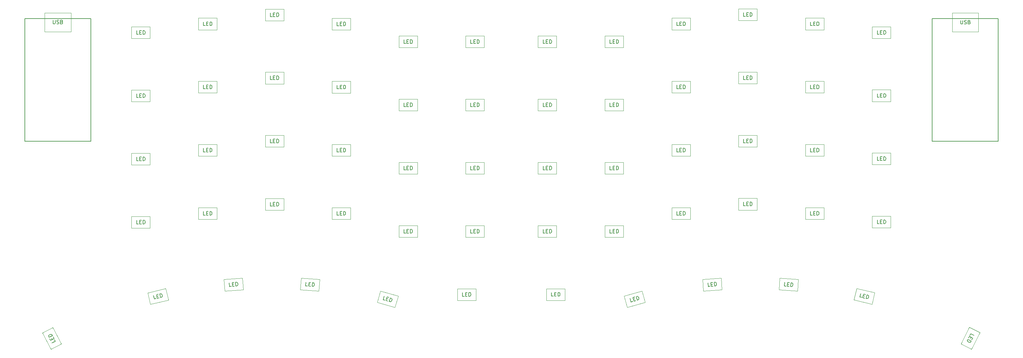
<source format=gbr>
%TF.GenerationSoftware,KiCad,Pcbnew,8.0.5*%
%TF.CreationDate,2024-10-07T12:12:51+02:00*%
%TF.ProjectId,chastity,63686173-7469-4747-992e-6b696361645f,rev?*%
%TF.SameCoordinates,Original*%
%TF.FileFunction,Other,Comment*%
%FSLAX46Y46*%
G04 Gerber Fmt 4.6, Leading zero omitted, Abs format (unit mm)*
G04 Created by KiCad (PCBNEW 8.0.5) date 2024-10-07 12:12:51*
%MOMM*%
%LPD*%
G01*
G04 APERTURE LIST*
%ADD10C,0.150000*%
%ADD11C,0.100000*%
%ADD12C,0.200000*%
G04 APERTURE END LIST*
D10*
X8017859Y126783181D02*
X8017859Y125973658D01*
X8017859Y125973658D02*
X8065478Y125878420D01*
X8065478Y125878420D02*
X8113097Y125830800D01*
X8113097Y125830800D02*
X8208335Y125783181D01*
X8208335Y125783181D02*
X8398811Y125783181D01*
X8398811Y125783181D02*
X8494049Y125830800D01*
X8494049Y125830800D02*
X8541668Y125878420D01*
X8541668Y125878420D02*
X8589287Y125973658D01*
X8589287Y125973658D02*
X8589287Y126783181D01*
X9017859Y125830800D02*
X9160716Y125783181D01*
X9160716Y125783181D02*
X9398811Y125783181D01*
X9398811Y125783181D02*
X9494049Y125830800D01*
X9494049Y125830800D02*
X9541668Y125878420D01*
X9541668Y125878420D02*
X9589287Y125973658D01*
X9589287Y125973658D02*
X9589287Y126068896D01*
X9589287Y126068896D02*
X9541668Y126164134D01*
X9541668Y126164134D02*
X9494049Y126211753D01*
X9494049Y126211753D02*
X9398811Y126259372D01*
X9398811Y126259372D02*
X9208335Y126306991D01*
X9208335Y126306991D02*
X9113097Y126354610D01*
X9113097Y126354610D02*
X9065478Y126402229D01*
X9065478Y126402229D02*
X9017859Y126497467D01*
X9017859Y126497467D02*
X9017859Y126592705D01*
X9017859Y126592705D02*
X9065478Y126687943D01*
X9065478Y126687943D02*
X9113097Y126735562D01*
X9113097Y126735562D02*
X9208335Y126783181D01*
X9208335Y126783181D02*
X9446430Y126783181D01*
X9446430Y126783181D02*
X9589287Y126735562D01*
X10351192Y126306991D02*
X10494049Y126259372D01*
X10494049Y126259372D02*
X10541668Y126211753D01*
X10541668Y126211753D02*
X10589287Y126116515D01*
X10589287Y126116515D02*
X10589287Y125973658D01*
X10589287Y125973658D02*
X10541668Y125878420D01*
X10541668Y125878420D02*
X10494049Y125830800D01*
X10494049Y125830800D02*
X10398811Y125783181D01*
X10398811Y125783181D02*
X10017859Y125783181D01*
X10017859Y125783181D02*
X10017859Y126783181D01*
X10017859Y126783181D02*
X10351192Y126783181D01*
X10351192Y126783181D02*
X10446430Y126735562D01*
X10446430Y126735562D02*
X10494049Y126687943D01*
X10494049Y126687943D02*
X10541668Y126592705D01*
X10541668Y126592705D02*
X10541668Y126497467D01*
X10541668Y126497467D02*
X10494049Y126402229D01*
X10494049Y126402229D02*
X10446430Y126354610D01*
X10446430Y126354610D02*
X10351192Y126306991D01*
X10351192Y126306991D02*
X10017859Y126306991D01*
X252434910Y126732736D02*
X252434910Y125923213D01*
X252434910Y125923213D02*
X252482529Y125827975D01*
X252482529Y125827975D02*
X252530148Y125780355D01*
X252530148Y125780355D02*
X252625386Y125732736D01*
X252625386Y125732736D02*
X252815862Y125732736D01*
X252815862Y125732736D02*
X252911100Y125780355D01*
X252911100Y125780355D02*
X252958719Y125827975D01*
X252958719Y125827975D02*
X253006338Y125923213D01*
X253006338Y125923213D02*
X253006338Y126732736D01*
X253434910Y125780355D02*
X253577767Y125732736D01*
X253577767Y125732736D02*
X253815862Y125732736D01*
X253815862Y125732736D02*
X253911100Y125780355D01*
X253911100Y125780355D02*
X253958719Y125827975D01*
X253958719Y125827975D02*
X254006338Y125923213D01*
X254006338Y125923213D02*
X254006338Y126018451D01*
X254006338Y126018451D02*
X253958719Y126113689D01*
X253958719Y126113689D02*
X253911100Y126161308D01*
X253911100Y126161308D02*
X253815862Y126208927D01*
X253815862Y126208927D02*
X253625386Y126256546D01*
X253625386Y126256546D02*
X253530148Y126304165D01*
X253530148Y126304165D02*
X253482529Y126351784D01*
X253482529Y126351784D02*
X253434910Y126447022D01*
X253434910Y126447022D02*
X253434910Y126542260D01*
X253434910Y126542260D02*
X253482529Y126637498D01*
X253482529Y126637498D02*
X253530148Y126685117D01*
X253530148Y126685117D02*
X253625386Y126732736D01*
X253625386Y126732736D02*
X253863481Y126732736D01*
X253863481Y126732736D02*
X254006338Y126685117D01*
X254768243Y126256546D02*
X254911100Y126208927D01*
X254911100Y126208927D02*
X254958719Y126161308D01*
X254958719Y126161308D02*
X255006338Y126066070D01*
X255006338Y126066070D02*
X255006338Y125923213D01*
X255006338Y125923213D02*
X254958719Y125827975D01*
X254958719Y125827975D02*
X254911100Y125780355D01*
X254911100Y125780355D02*
X254815862Y125732736D01*
X254815862Y125732736D02*
X254434910Y125732736D01*
X254434910Y125732736D02*
X254434910Y126732736D01*
X254434910Y126732736D02*
X254768243Y126732736D01*
X254768243Y126732736D02*
X254863481Y126685117D01*
X254863481Y126685117D02*
X254911100Y126637498D01*
X254911100Y126637498D02*
X254958719Y126542260D01*
X254958719Y126542260D02*
X254958719Y126447022D01*
X254958719Y126447022D02*
X254911100Y126351784D01*
X254911100Y126351784D02*
X254863481Y126304165D01*
X254863481Y126304165D02*
X254768243Y126256546D01*
X254768243Y126256546D02*
X254434910Y126256546D01*
X102991906Y120488181D02*
X102515716Y120488181D01*
X102515716Y120488181D02*
X102515716Y121488181D01*
X103325240Y121011991D02*
X103658573Y121011991D01*
X103801430Y120488181D02*
X103325240Y120488181D01*
X103325240Y120488181D02*
X103325240Y121488181D01*
X103325240Y121488181D02*
X103801430Y121488181D01*
X104230002Y120488181D02*
X104230002Y121488181D01*
X104230002Y121488181D02*
X104468097Y121488181D01*
X104468097Y121488181D02*
X104610954Y121440562D01*
X104610954Y121440562D02*
X104706192Y121345324D01*
X104706192Y121345324D02*
X104753811Y121250086D01*
X104753811Y121250086D02*
X104801430Y121059610D01*
X104801430Y121059610D02*
X104801430Y120916753D01*
X104801430Y120916753D02*
X104753811Y120726277D01*
X104753811Y120726277D02*
X104706192Y120631039D01*
X104706192Y120631039D02*
X104610954Y120535800D01*
X104610954Y120535800D02*
X104468097Y120488181D01*
X104468097Y120488181D02*
X104230002Y120488181D01*
X140483957Y69497736D02*
X140007767Y69497736D01*
X140007767Y69497736D02*
X140007767Y70497736D01*
X140817291Y70021546D02*
X141150624Y70021546D01*
X141293481Y69497736D02*
X140817291Y69497736D01*
X140817291Y69497736D02*
X140817291Y70497736D01*
X140817291Y70497736D02*
X141293481Y70497736D01*
X141722053Y69497736D02*
X141722053Y70497736D01*
X141722053Y70497736D02*
X141960148Y70497736D01*
X141960148Y70497736D02*
X142103005Y70450117D01*
X142103005Y70450117D02*
X142198243Y70354879D01*
X142198243Y70354879D02*
X142245862Y70259641D01*
X142245862Y70259641D02*
X142293481Y70069165D01*
X142293481Y70069165D02*
X142293481Y69926308D01*
X142293481Y69926308D02*
X142245862Y69735832D01*
X142245862Y69735832D02*
X142198243Y69640594D01*
X142198243Y69640594D02*
X142103005Y69545355D01*
X142103005Y69545355D02*
X141960148Y69497736D01*
X141960148Y69497736D02*
X141722053Y69497736D01*
X76542558Y55224550D02*
X76067527Y55257767D01*
X76067527Y55257767D02*
X76137284Y56255331D01*
X76911618Y55723831D02*
X77244140Y55700579D01*
X77350110Y55168080D02*
X76875079Y55201298D01*
X76875079Y55201298D02*
X76944836Y56198862D01*
X76944836Y56198862D02*
X77419866Y56165644D01*
X77777637Y55138185D02*
X77847394Y56135749D01*
X77847394Y56135749D02*
X78084909Y56119140D01*
X78084909Y56119140D02*
X78224096Y56061672D01*
X78224096Y56061672D02*
X78312459Y55960022D01*
X78312459Y55960022D02*
X78353319Y55861694D01*
X78353319Y55861694D02*
X78387535Y55668360D01*
X78387535Y55668360D02*
X78377569Y55525851D01*
X78377569Y55525851D02*
X78316779Y55339161D01*
X78316779Y55339161D02*
X78262633Y55247476D01*
X78262633Y55247476D02*
X78160983Y55159114D01*
X78160983Y55159114D02*
X78015152Y55121576D01*
X78015152Y55121576D02*
X77777637Y55138185D01*
X194483957Y127797736D02*
X194007767Y127797736D01*
X194007767Y127797736D02*
X194007767Y128797736D01*
X194817291Y128321546D02*
X195150624Y128321546D01*
X195293481Y127797736D02*
X194817291Y127797736D01*
X194817291Y127797736D02*
X194817291Y128797736D01*
X194817291Y128797736D02*
X195293481Y128797736D01*
X195722053Y127797736D02*
X195722053Y128797736D01*
X195722053Y128797736D02*
X195960148Y128797736D01*
X195960148Y128797736D02*
X196103005Y128750117D01*
X196103005Y128750117D02*
X196198243Y128654879D01*
X196198243Y128654879D02*
X196245862Y128559641D01*
X196245862Y128559641D02*
X196293481Y128369165D01*
X196293481Y128369165D02*
X196293481Y128226308D01*
X196293481Y128226308D02*
X196245862Y128035832D01*
X196245862Y128035832D02*
X196198243Y127940594D01*
X196198243Y127940594D02*
X196103005Y127845355D01*
X196103005Y127845355D02*
X195960148Y127797736D01*
X195960148Y127797736D02*
X195722053Y127797736D01*
X84996906Y108288181D02*
X84520716Y108288181D01*
X84520716Y108288181D02*
X84520716Y109288181D01*
X85330240Y108811991D02*
X85663573Y108811991D01*
X85806430Y108288181D02*
X85330240Y108288181D01*
X85330240Y108288181D02*
X85330240Y109288181D01*
X85330240Y109288181D02*
X85806430Y109288181D01*
X86235002Y108288181D02*
X86235002Y109288181D01*
X86235002Y109288181D02*
X86473097Y109288181D01*
X86473097Y109288181D02*
X86615954Y109240562D01*
X86615954Y109240562D02*
X86711192Y109145324D01*
X86711192Y109145324D02*
X86758811Y109050086D01*
X86758811Y109050086D02*
X86806430Y108859610D01*
X86806430Y108859610D02*
X86806430Y108716753D01*
X86806430Y108716753D02*
X86758811Y108526277D01*
X86758811Y108526277D02*
X86711192Y108431039D01*
X86711192Y108431039D02*
X86615954Y108335800D01*
X86615954Y108335800D02*
X86473097Y108288181D01*
X86473097Y108288181D02*
X86235002Y108288181D01*
X212483957Y108297736D02*
X212007767Y108297736D01*
X212007767Y108297736D02*
X212007767Y109297736D01*
X212817291Y108821546D02*
X213150624Y108821546D01*
X213293481Y108297736D02*
X212817291Y108297736D01*
X212817291Y108297736D02*
X212817291Y109297736D01*
X212817291Y109297736D02*
X213293481Y109297736D01*
X213722053Y108297736D02*
X213722053Y109297736D01*
X213722053Y109297736D02*
X213960148Y109297736D01*
X213960148Y109297736D02*
X214103005Y109250117D01*
X214103005Y109250117D02*
X214198243Y109154879D01*
X214198243Y109154879D02*
X214245862Y109059641D01*
X214245862Y109059641D02*
X214293481Y108869165D01*
X214293481Y108869165D02*
X214293481Y108726308D01*
X214293481Y108726308D02*
X214245862Y108535832D01*
X214245862Y108535832D02*
X214198243Y108440594D01*
X214198243Y108440594D02*
X214103005Y108345355D01*
X214103005Y108345355D02*
X213960148Y108297736D01*
X213960148Y108297736D02*
X213722053Y108297736D01*
X194483957Y110797736D02*
X194007767Y110797736D01*
X194007767Y110797736D02*
X194007767Y111797736D01*
X194817291Y111321546D02*
X195150624Y111321546D01*
X195293481Y110797736D02*
X194817291Y110797736D01*
X194817291Y110797736D02*
X194817291Y111797736D01*
X194817291Y111797736D02*
X195293481Y111797736D01*
X195722053Y110797736D02*
X195722053Y111797736D01*
X195722053Y111797736D02*
X195960148Y111797736D01*
X195960148Y111797736D02*
X196103005Y111750117D01*
X196103005Y111750117D02*
X196198243Y111654879D01*
X196198243Y111654879D02*
X196245862Y111559641D01*
X196245862Y111559641D02*
X196293481Y111369165D01*
X196293481Y111369165D02*
X196293481Y111226308D01*
X196293481Y111226308D02*
X196245862Y111035832D01*
X196245862Y111035832D02*
X196198243Y110940594D01*
X196198243Y110940594D02*
X196103005Y110845355D01*
X196103005Y110845355D02*
X195960148Y110797736D01*
X195960148Y110797736D02*
X195722053Y110797736D01*
X176483957Y91297736D02*
X176007767Y91297736D01*
X176007767Y91297736D02*
X176007767Y92297736D01*
X176817291Y91821546D02*
X177150624Y91821546D01*
X177293481Y91297736D02*
X176817291Y91297736D01*
X176817291Y91297736D02*
X176817291Y92297736D01*
X176817291Y92297736D02*
X177293481Y92297736D01*
X177722053Y91297736D02*
X177722053Y92297736D01*
X177722053Y92297736D02*
X177960148Y92297736D01*
X177960148Y92297736D02*
X178103005Y92250117D01*
X178103005Y92250117D02*
X178198243Y92154879D01*
X178198243Y92154879D02*
X178245862Y92059641D01*
X178245862Y92059641D02*
X178293481Y91869165D01*
X178293481Y91869165D02*
X178293481Y91726308D01*
X178293481Y91726308D02*
X178245862Y91535832D01*
X178245862Y91535832D02*
X178198243Y91440594D01*
X178198243Y91440594D02*
X178103005Y91345355D01*
X178103005Y91345355D02*
X177960148Y91297736D01*
X177960148Y91297736D02*
X177722053Y91297736D01*
X118746906Y52478181D02*
X118270716Y52478181D01*
X118270716Y52478181D02*
X118270716Y53478181D01*
X119080240Y53001991D02*
X119413573Y53001991D01*
X119556430Y52478181D02*
X119080240Y52478181D01*
X119080240Y52478181D02*
X119080240Y53478181D01*
X119080240Y53478181D02*
X119556430Y53478181D01*
X119985002Y52478181D02*
X119985002Y53478181D01*
X119985002Y53478181D02*
X120223097Y53478181D01*
X120223097Y53478181D02*
X120365954Y53430562D01*
X120365954Y53430562D02*
X120461192Y53335324D01*
X120461192Y53335324D02*
X120508811Y53240086D01*
X120508811Y53240086D02*
X120556430Y53049610D01*
X120556430Y53049610D02*
X120556430Y52906753D01*
X120556430Y52906753D02*
X120508811Y52716277D01*
X120508811Y52716277D02*
X120461192Y52621039D01*
X120461192Y52621039D02*
X120365954Y52525800D01*
X120365954Y52525800D02*
X120223097Y52478181D01*
X120223097Y52478181D02*
X119985002Y52478181D01*
X120991906Y69488181D02*
X120515716Y69488181D01*
X120515716Y69488181D02*
X120515716Y70488181D01*
X121325240Y70011991D02*
X121658573Y70011991D01*
X121801430Y69488181D02*
X121325240Y69488181D01*
X121325240Y69488181D02*
X121325240Y70488181D01*
X121325240Y70488181D02*
X121801430Y70488181D01*
X122230002Y69488181D02*
X122230002Y70488181D01*
X122230002Y70488181D02*
X122468097Y70488181D01*
X122468097Y70488181D02*
X122610954Y70440562D01*
X122610954Y70440562D02*
X122706192Y70345324D01*
X122706192Y70345324D02*
X122753811Y70250086D01*
X122753811Y70250086D02*
X122801430Y70059610D01*
X122801430Y70059610D02*
X122801430Y69916753D01*
X122801430Y69916753D02*
X122753811Y69726277D01*
X122753811Y69726277D02*
X122706192Y69631039D01*
X122706192Y69631039D02*
X122610954Y69535800D01*
X122610954Y69535800D02*
X122468097Y69488181D01*
X122468097Y69488181D02*
X122230002Y69488181D01*
X67009256Y127749431D02*
X66533066Y127749431D01*
X66533066Y127749431D02*
X66533066Y128749431D01*
X67342590Y128273241D02*
X67675923Y128273241D01*
X67818780Y127749431D02*
X67342590Y127749431D01*
X67342590Y127749431D02*
X67342590Y128749431D01*
X67342590Y128749431D02*
X67818780Y128749431D01*
X68247352Y127749431D02*
X68247352Y128749431D01*
X68247352Y128749431D02*
X68485447Y128749431D01*
X68485447Y128749431D02*
X68628304Y128701812D01*
X68628304Y128701812D02*
X68723542Y128606574D01*
X68723542Y128606574D02*
X68771161Y128511336D01*
X68771161Y128511336D02*
X68818780Y128320860D01*
X68818780Y128320860D02*
X68818780Y128178003D01*
X68818780Y128178003D02*
X68771161Y127987527D01*
X68771161Y127987527D02*
X68723542Y127892289D01*
X68723542Y127892289D02*
X68628304Y127797050D01*
X68628304Y127797050D02*
X68485447Y127749431D01*
X68485447Y127749431D02*
X68247352Y127749431D01*
X158483957Y86497736D02*
X158007767Y86497736D01*
X158007767Y86497736D02*
X158007767Y87497736D01*
X158817291Y87021546D02*
X159150624Y87021546D01*
X159293481Y86497736D02*
X158817291Y86497736D01*
X158817291Y86497736D02*
X158817291Y87497736D01*
X158817291Y87497736D02*
X159293481Y87497736D01*
X159722053Y86497736D02*
X159722053Y87497736D01*
X159722053Y87497736D02*
X159960148Y87497736D01*
X159960148Y87497736D02*
X160103005Y87450117D01*
X160103005Y87450117D02*
X160198243Y87354879D01*
X160198243Y87354879D02*
X160245862Y87259641D01*
X160245862Y87259641D02*
X160293481Y87069165D01*
X160293481Y87069165D02*
X160293481Y86926308D01*
X160293481Y86926308D02*
X160245862Y86735832D01*
X160245862Y86735832D02*
X160198243Y86640594D01*
X160198243Y86640594D02*
X160103005Y86545355D01*
X160103005Y86545355D02*
X159960148Y86497736D01*
X159960148Y86497736D02*
X159722053Y86497736D01*
X102991906Y103488181D02*
X102515716Y103488181D01*
X102515716Y103488181D02*
X102515716Y104488181D01*
X103325240Y104011991D02*
X103658573Y104011991D01*
X103801430Y103488181D02*
X103325240Y103488181D01*
X103325240Y103488181D02*
X103325240Y104488181D01*
X103325240Y104488181D02*
X103801430Y104488181D01*
X104230002Y103488181D02*
X104230002Y104488181D01*
X104230002Y104488181D02*
X104468097Y104488181D01*
X104468097Y104488181D02*
X104610954Y104440562D01*
X104610954Y104440562D02*
X104706192Y104345324D01*
X104706192Y104345324D02*
X104753811Y104250086D01*
X104753811Y104250086D02*
X104801430Y104059610D01*
X104801430Y104059610D02*
X104801430Y103916753D01*
X104801430Y103916753D02*
X104753811Y103726277D01*
X104753811Y103726277D02*
X104706192Y103631039D01*
X104706192Y103631039D02*
X104610954Y103535800D01*
X104610954Y103535800D02*
X104468097Y103488181D01*
X104468097Y103488181D02*
X104230002Y103488181D01*
X176483957Y108297736D02*
X176007767Y108297736D01*
X176007767Y108297736D02*
X176007767Y109297736D01*
X176817291Y108821546D02*
X177150624Y108821546D01*
X177293481Y108297736D02*
X176817291Y108297736D01*
X176817291Y108297736D02*
X176817291Y109297736D01*
X176817291Y109297736D02*
X177293481Y109297736D01*
X177722053Y108297736D02*
X177722053Y109297736D01*
X177722053Y109297736D02*
X177960148Y109297736D01*
X177960148Y109297736D02*
X178103005Y109250117D01*
X178103005Y109250117D02*
X178198243Y109154879D01*
X178198243Y109154879D02*
X178245862Y109059641D01*
X178245862Y109059641D02*
X178293481Y108869165D01*
X178293481Y108869165D02*
X178293481Y108726308D01*
X178293481Y108726308D02*
X178245862Y108535832D01*
X178245862Y108535832D02*
X178198243Y108440594D01*
X178198243Y108440594D02*
X178103005Y108345355D01*
X178103005Y108345355D02*
X177960148Y108297736D01*
X177960148Y108297736D02*
X177722053Y108297736D01*
X49009256Y125299431D02*
X48533066Y125299431D01*
X48533066Y125299431D02*
X48533066Y126299431D01*
X49342590Y125823241D02*
X49675923Y125823241D01*
X49818780Y125299431D02*
X49342590Y125299431D01*
X49342590Y125299431D02*
X49342590Y126299431D01*
X49342590Y126299431D02*
X49818780Y126299431D01*
X50247352Y125299431D02*
X50247352Y126299431D01*
X50247352Y126299431D02*
X50485447Y126299431D01*
X50485447Y126299431D02*
X50628304Y126251812D01*
X50628304Y126251812D02*
X50723542Y126156574D01*
X50723542Y126156574D02*
X50771161Y126061336D01*
X50771161Y126061336D02*
X50818780Y125870860D01*
X50818780Y125870860D02*
X50818780Y125728003D01*
X50818780Y125728003D02*
X50771161Y125537527D01*
X50771161Y125537527D02*
X50723542Y125442289D01*
X50723542Y125442289D02*
X50628304Y125347050D01*
X50628304Y125347050D02*
X50485447Y125299431D01*
X50485447Y125299431D02*
X50247352Y125299431D01*
X194483957Y93797736D02*
X194007767Y93797736D01*
X194007767Y93797736D02*
X194007767Y94797736D01*
X194817291Y94321546D02*
X195150624Y94321546D01*
X195293481Y93797736D02*
X194817291Y93797736D01*
X194817291Y93797736D02*
X194817291Y94797736D01*
X194817291Y94797736D02*
X195293481Y94797736D01*
X195722053Y93797736D02*
X195722053Y94797736D01*
X195722053Y94797736D02*
X195960148Y94797736D01*
X195960148Y94797736D02*
X196103005Y94750117D01*
X196103005Y94750117D02*
X196198243Y94654879D01*
X196198243Y94654879D02*
X196245862Y94559641D01*
X196245862Y94559641D02*
X196293481Y94369165D01*
X196293481Y94369165D02*
X196293481Y94226308D01*
X196293481Y94226308D02*
X196245862Y94035832D01*
X196245862Y94035832D02*
X196198243Y93940594D01*
X196198243Y93940594D02*
X196103005Y93845355D01*
X196103005Y93845355D02*
X195960148Y93797736D01*
X195960148Y93797736D02*
X195722053Y93797736D01*
X31009256Y122949431D02*
X30533066Y122949431D01*
X30533066Y122949431D02*
X30533066Y123949431D01*
X31342590Y123473241D02*
X31675923Y123473241D01*
X31818780Y122949431D02*
X31342590Y122949431D01*
X31342590Y122949431D02*
X31342590Y123949431D01*
X31342590Y123949431D02*
X31818780Y123949431D01*
X32247352Y122949431D02*
X32247352Y123949431D01*
X32247352Y123949431D02*
X32485447Y123949431D01*
X32485447Y123949431D02*
X32628304Y123901812D01*
X32628304Y123901812D02*
X32723542Y123806574D01*
X32723542Y123806574D02*
X32771161Y123711336D01*
X32771161Y123711336D02*
X32818780Y123520860D01*
X32818780Y123520860D02*
X32818780Y123378003D01*
X32818780Y123378003D02*
X32771161Y123187527D01*
X32771161Y123187527D02*
X32723542Y123092289D01*
X32723542Y123092289D02*
X32628304Y122997050D01*
X32628304Y122997050D02*
X32485447Y122949431D01*
X32485447Y122949431D02*
X32247352Y122949431D01*
X164151791Y51060085D02*
X163694047Y50928829D01*
X163694047Y50928829D02*
X163418410Y51890091D01*
X164327830Y51655482D02*
X164648250Y51747361D01*
X164929955Y51283220D02*
X164472211Y51151964D01*
X164472211Y51151964D02*
X164196574Y52113226D01*
X164196574Y52113226D02*
X164654318Y52244482D01*
X165341924Y51401350D02*
X165066287Y52362612D01*
X165066287Y52362612D02*
X165295159Y52428240D01*
X165295159Y52428240D02*
X165445608Y52421842D01*
X165445608Y52421842D02*
X165563407Y52356545D01*
X165563407Y52356545D02*
X165635433Y52278122D01*
X165635433Y52278122D02*
X165733710Y52108150D01*
X165733710Y52108150D02*
X165773086Y51970827D01*
X165773086Y51970827D02*
X165779814Y51774604D01*
X165779814Y51774604D02*
X165760291Y51669929D01*
X165760291Y51669929D02*
X165694994Y51552129D01*
X165694994Y51552129D02*
X165570796Y51466978D01*
X165570796Y51466978D02*
X165341924Y51401350D01*
X158483957Y120497736D02*
X158007767Y120497736D01*
X158007767Y120497736D02*
X158007767Y121497736D01*
X158817291Y121021546D02*
X159150624Y121021546D01*
X159293481Y120497736D02*
X158817291Y120497736D01*
X158817291Y120497736D02*
X158817291Y121497736D01*
X158817291Y121497736D02*
X159293481Y121497736D01*
X159722053Y120497736D02*
X159722053Y121497736D01*
X159722053Y121497736D02*
X159960148Y121497736D01*
X159960148Y121497736D02*
X160103005Y121450117D01*
X160103005Y121450117D02*
X160198243Y121354879D01*
X160198243Y121354879D02*
X160245862Y121259641D01*
X160245862Y121259641D02*
X160293481Y121069165D01*
X160293481Y121069165D02*
X160293481Y120926308D01*
X160293481Y120926308D02*
X160245862Y120735832D01*
X160245862Y120735832D02*
X160198243Y120640594D01*
X160198243Y120640594D02*
X160103005Y120545355D01*
X160103005Y120545355D02*
X159960148Y120497736D01*
X159960148Y120497736D02*
X159722053Y120497736D01*
X176483957Y74297736D02*
X176007767Y74297736D01*
X176007767Y74297736D02*
X176007767Y75297736D01*
X176817291Y74821546D02*
X177150624Y74821546D01*
X177293481Y74297736D02*
X176817291Y74297736D01*
X176817291Y74297736D02*
X176817291Y75297736D01*
X176817291Y75297736D02*
X177293481Y75297736D01*
X177722053Y74297736D02*
X177722053Y75297736D01*
X177722053Y75297736D02*
X177960148Y75297736D01*
X177960148Y75297736D02*
X178103005Y75250117D01*
X178103005Y75250117D02*
X178198243Y75154879D01*
X178198243Y75154879D02*
X178245862Y75059641D01*
X178245862Y75059641D02*
X178293481Y74869165D01*
X178293481Y74869165D02*
X178293481Y74726308D01*
X178293481Y74726308D02*
X178245862Y74535832D01*
X178245862Y74535832D02*
X178198243Y74440594D01*
X178198243Y74440594D02*
X178103005Y74345355D01*
X178103005Y74345355D02*
X177960148Y74297736D01*
X177960148Y74297736D02*
X177722053Y74297736D01*
X176483957Y125297736D02*
X176007767Y125297736D01*
X176007767Y125297736D02*
X176007767Y126297736D01*
X176817291Y125821546D02*
X177150624Y125821546D01*
X177293481Y125297736D02*
X176817291Y125297736D01*
X176817291Y125297736D02*
X176817291Y126297736D01*
X176817291Y126297736D02*
X177293481Y126297736D01*
X177722053Y125297736D02*
X177722053Y126297736D01*
X177722053Y126297736D02*
X177960148Y126297736D01*
X177960148Y126297736D02*
X178103005Y126250117D01*
X178103005Y126250117D02*
X178198243Y126154879D01*
X178198243Y126154879D02*
X178245862Y126059641D01*
X178245862Y126059641D02*
X178293481Y125869165D01*
X178293481Y125869165D02*
X178293481Y125726308D01*
X178293481Y125726308D02*
X178245862Y125535832D01*
X178245862Y125535832D02*
X178198243Y125440594D01*
X178198243Y125440594D02*
X178103005Y125345355D01*
X178103005Y125345355D02*
X177960148Y125297736D01*
X177960148Y125297736D02*
X177722053Y125297736D01*
X35759390Y51837536D02*
X35295404Y51730416D01*
X35295404Y51730416D02*
X35070453Y52704787D01*
X35966348Y52422904D02*
X36291138Y52497888D01*
X36548166Y52019639D02*
X36084180Y51912520D01*
X36084180Y51912520D02*
X35859229Y52886890D01*
X35859229Y52886890D02*
X36323215Y52994009D01*
X36965753Y52116047D02*
X36740802Y53090417D01*
X36740802Y53090417D02*
X36972795Y53143977D01*
X36972795Y53143977D02*
X37122702Y53129714D01*
X37122702Y53129714D02*
X37236923Y53058341D01*
X37236923Y53058341D02*
X37304746Y52976256D01*
X37304746Y52976256D02*
X37393992Y52801373D01*
X37393992Y52801373D02*
X37426128Y52662178D01*
X37426128Y52662178D02*
X37422577Y52465871D01*
X37422577Y52465871D02*
X37397603Y52362362D01*
X37397603Y52362362D02*
X37326229Y52248141D01*
X37326229Y52248141D02*
X37197746Y52169607D01*
X37197746Y52169607D02*
X36965753Y52116047D01*
X140483957Y86497736D02*
X140007767Y86497736D01*
X140007767Y86497736D02*
X140007767Y87497736D01*
X140817291Y87021546D02*
X141150624Y87021546D01*
X141293481Y86497736D02*
X140817291Y86497736D01*
X140817291Y86497736D02*
X140817291Y87497736D01*
X140817291Y87497736D02*
X141293481Y87497736D01*
X141722053Y86497736D02*
X141722053Y87497736D01*
X141722053Y87497736D02*
X141960148Y87497736D01*
X141960148Y87497736D02*
X142103005Y87450117D01*
X142103005Y87450117D02*
X142198243Y87354879D01*
X142198243Y87354879D02*
X142245862Y87259641D01*
X142245862Y87259641D02*
X142293481Y87069165D01*
X142293481Y87069165D02*
X142293481Y86926308D01*
X142293481Y86926308D02*
X142245862Y86735832D01*
X142245862Y86735832D02*
X142198243Y86640594D01*
X142198243Y86640594D02*
X142103005Y86545355D01*
X142103005Y86545355D02*
X141960148Y86497736D01*
X141960148Y86497736D02*
X141722053Y86497736D01*
X230483957Y105997736D02*
X230007767Y105997736D01*
X230007767Y105997736D02*
X230007767Y106997736D01*
X230817291Y106521546D02*
X231150624Y106521546D01*
X231293481Y105997736D02*
X230817291Y105997736D01*
X230817291Y105997736D02*
X230817291Y106997736D01*
X230817291Y106997736D02*
X231293481Y106997736D01*
X231722053Y105997736D02*
X231722053Y106997736D01*
X231722053Y106997736D02*
X231960148Y106997736D01*
X231960148Y106997736D02*
X232103005Y106950117D01*
X232103005Y106950117D02*
X232198243Y106854879D01*
X232198243Y106854879D02*
X232245862Y106759641D01*
X232245862Y106759641D02*
X232293481Y106569165D01*
X232293481Y106569165D02*
X232293481Y106426308D01*
X232293481Y106426308D02*
X232245862Y106235832D01*
X232245862Y106235832D02*
X232198243Y106140594D01*
X232198243Y106140594D02*
X232103005Y106045355D01*
X232103005Y106045355D02*
X231960148Y105997736D01*
X231960148Y105997736D02*
X231722053Y105997736D01*
X140483957Y120497736D02*
X140007767Y120497736D01*
X140007767Y120497736D02*
X140007767Y121497736D01*
X140817291Y121021546D02*
X141150624Y121021546D01*
X141293481Y120497736D02*
X140817291Y120497736D01*
X140817291Y120497736D02*
X140817291Y121497736D01*
X140817291Y121497736D02*
X141293481Y121497736D01*
X141722053Y120497736D02*
X141722053Y121497736D01*
X141722053Y121497736D02*
X141960148Y121497736D01*
X141960148Y121497736D02*
X142103005Y121450117D01*
X142103005Y121450117D02*
X142198243Y121354879D01*
X142198243Y121354879D02*
X142245862Y121259641D01*
X142245862Y121259641D02*
X142293481Y121069165D01*
X142293481Y121069165D02*
X142293481Y120926308D01*
X142293481Y120926308D02*
X142245862Y120735832D01*
X142245862Y120735832D02*
X142198243Y120640594D01*
X142198243Y120640594D02*
X142103005Y120545355D01*
X142103005Y120545355D02*
X141960148Y120497736D01*
X141960148Y120497736D02*
X141722053Y120497736D01*
X49009256Y91299431D02*
X48533066Y91299431D01*
X48533066Y91299431D02*
X48533066Y92299431D01*
X49342590Y91823241D02*
X49675923Y91823241D01*
X49818780Y91299431D02*
X49342590Y91299431D01*
X49342590Y91299431D02*
X49342590Y92299431D01*
X49342590Y92299431D02*
X49818780Y92299431D01*
X50247352Y91299431D02*
X50247352Y92299431D01*
X50247352Y92299431D02*
X50485447Y92299431D01*
X50485447Y92299431D02*
X50628304Y92251812D01*
X50628304Y92251812D02*
X50723542Y92156574D01*
X50723542Y92156574D02*
X50771161Y92061336D01*
X50771161Y92061336D02*
X50818780Y91870860D01*
X50818780Y91870860D02*
X50818780Y91728003D01*
X50818780Y91728003D02*
X50771161Y91537527D01*
X50771161Y91537527D02*
X50723542Y91442289D01*
X50723542Y91442289D02*
X50628304Y91347050D01*
X50628304Y91347050D02*
X50485447Y91299431D01*
X50485447Y91299431D02*
X50247352Y91299431D01*
X230483957Y88997736D02*
X230007767Y88997736D01*
X230007767Y88997736D02*
X230007767Y89997736D01*
X230817291Y89521546D02*
X231150624Y89521546D01*
X231293481Y88997736D02*
X230817291Y88997736D01*
X230817291Y88997736D02*
X230817291Y89997736D01*
X230817291Y89997736D02*
X231293481Y89997736D01*
X231722053Y88997736D02*
X231722053Y89997736D01*
X231722053Y89997736D02*
X231960148Y89997736D01*
X231960148Y89997736D02*
X232103005Y89950117D01*
X232103005Y89950117D02*
X232198243Y89854879D01*
X232198243Y89854879D02*
X232245862Y89759641D01*
X232245862Y89759641D02*
X232293481Y89569165D01*
X232293481Y89569165D02*
X232293481Y89426308D01*
X232293481Y89426308D02*
X232245862Y89235832D01*
X232245862Y89235832D02*
X232198243Y89140594D01*
X232198243Y89140594D02*
X232103005Y89045355D01*
X232103005Y89045355D02*
X231960148Y88997736D01*
X231960148Y88997736D02*
X231722053Y88997736D01*
X158483957Y69497736D02*
X158007767Y69497736D01*
X158007767Y69497736D02*
X158007767Y70497736D01*
X158817291Y70021546D02*
X159150624Y70021546D01*
X159293481Y69497736D02*
X158817291Y69497736D01*
X158817291Y69497736D02*
X158817291Y70497736D01*
X158817291Y70497736D02*
X159293481Y70497736D01*
X159722053Y69497736D02*
X159722053Y70497736D01*
X159722053Y70497736D02*
X159960148Y70497736D01*
X159960148Y70497736D02*
X160103005Y70450117D01*
X160103005Y70450117D02*
X160198243Y70354879D01*
X160198243Y70354879D02*
X160245862Y70259641D01*
X160245862Y70259641D02*
X160293481Y70069165D01*
X160293481Y70069165D02*
X160293481Y69926308D01*
X160293481Y69926308D02*
X160245862Y69735832D01*
X160245862Y69735832D02*
X160198243Y69640594D01*
X160198243Y69640594D02*
X160103005Y69545355D01*
X160103005Y69545355D02*
X159960148Y69497736D01*
X159960148Y69497736D02*
X159722053Y69497736D01*
X102991906Y69488181D02*
X102515716Y69488181D01*
X102515716Y69488181D02*
X102515716Y70488181D01*
X103325240Y70011991D02*
X103658573Y70011991D01*
X103801430Y69488181D02*
X103325240Y69488181D01*
X103325240Y69488181D02*
X103325240Y70488181D01*
X103325240Y70488181D02*
X103801430Y70488181D01*
X104230002Y69488181D02*
X104230002Y70488181D01*
X104230002Y70488181D02*
X104468097Y70488181D01*
X104468097Y70488181D02*
X104610954Y70440562D01*
X104610954Y70440562D02*
X104706192Y70345324D01*
X104706192Y70345324D02*
X104753811Y70250086D01*
X104753811Y70250086D02*
X104801430Y70059610D01*
X104801430Y70059610D02*
X104801430Y69916753D01*
X104801430Y69916753D02*
X104753811Y69726277D01*
X104753811Y69726277D02*
X104706192Y69631039D01*
X104706192Y69631039D02*
X104610954Y69535800D01*
X104610954Y69535800D02*
X104468097Y69488181D01*
X104468097Y69488181D02*
X104230002Y69488181D01*
X102991906Y86488181D02*
X102515716Y86488181D01*
X102515716Y86488181D02*
X102515716Y87488181D01*
X103325240Y87011991D02*
X103658573Y87011991D01*
X103801430Y86488181D02*
X103325240Y86488181D01*
X103325240Y86488181D02*
X103325240Y87488181D01*
X103325240Y87488181D02*
X103801430Y87488181D01*
X104230002Y86488181D02*
X104230002Y87488181D01*
X104230002Y87488181D02*
X104468097Y87488181D01*
X104468097Y87488181D02*
X104610954Y87440562D01*
X104610954Y87440562D02*
X104706192Y87345324D01*
X104706192Y87345324D02*
X104753811Y87250086D01*
X104753811Y87250086D02*
X104801430Y87059610D01*
X104801430Y87059610D02*
X104801430Y86916753D01*
X104801430Y86916753D02*
X104753811Y86726277D01*
X104753811Y86726277D02*
X104706192Y86631039D01*
X104706192Y86631039D02*
X104610954Y86535800D01*
X104610954Y86535800D02*
X104468097Y86488181D01*
X104468097Y86488181D02*
X104230002Y86488181D01*
X97381940Y51410926D02*
X96924197Y51542182D01*
X96924197Y51542182D02*
X97199834Y52503443D01*
X97846743Y51822565D02*
X98167163Y51730686D01*
X98160105Y51187791D02*
X97702361Y51319047D01*
X97702361Y51319047D02*
X97977998Y52280308D01*
X97977998Y52280308D02*
X98435742Y52149052D01*
X98572074Y51069660D02*
X98847711Y52030922D01*
X98847711Y52030922D02*
X99076583Y51965294D01*
X99076583Y51965294D02*
X99200781Y51880143D01*
X99200781Y51880143D02*
X99266078Y51762343D01*
X99266078Y51762343D02*
X99285602Y51657669D01*
X99285602Y51657669D02*
X99278874Y51461446D01*
X99278874Y51461446D02*
X99239497Y51324123D01*
X99239497Y51324123D02*
X99141220Y51154151D01*
X99141220Y51154151D02*
X99069195Y51075728D01*
X99069195Y51075728D02*
X98951395Y51010430D01*
X98951395Y51010430D02*
X98800946Y51004033D01*
X98800946Y51004033D02*
X98572074Y51069660D01*
X84996906Y125288181D02*
X84520716Y125288181D01*
X84520716Y125288181D02*
X84520716Y126288181D01*
X85330240Y125811991D02*
X85663573Y125811991D01*
X85806430Y125288181D02*
X85330240Y125288181D01*
X85330240Y125288181D02*
X85330240Y126288181D01*
X85330240Y126288181D02*
X85806430Y126288181D01*
X86235002Y125288181D02*
X86235002Y126288181D01*
X86235002Y126288181D02*
X86473097Y126288181D01*
X86473097Y126288181D02*
X86615954Y126240562D01*
X86615954Y126240562D02*
X86711192Y126145324D01*
X86711192Y126145324D02*
X86758811Y126050086D01*
X86758811Y126050086D02*
X86806430Y125859610D01*
X86806430Y125859610D02*
X86806430Y125716753D01*
X86806430Y125716753D02*
X86758811Y125526277D01*
X86758811Y125526277D02*
X86711192Y125431039D01*
X86711192Y125431039D02*
X86615954Y125335800D01*
X86615954Y125335800D02*
X86473097Y125288181D01*
X86473097Y125288181D02*
X86235002Y125288181D01*
X120991906Y120488181D02*
X120515716Y120488181D01*
X120515716Y120488181D02*
X120515716Y121488181D01*
X121325240Y121011991D02*
X121658573Y121011991D01*
X121801430Y120488181D02*
X121325240Y120488181D01*
X121325240Y120488181D02*
X121325240Y121488181D01*
X121325240Y121488181D02*
X121801430Y121488181D01*
X122230002Y120488181D02*
X122230002Y121488181D01*
X122230002Y121488181D02*
X122468097Y121488181D01*
X122468097Y121488181D02*
X122610954Y121440562D01*
X122610954Y121440562D02*
X122706192Y121345324D01*
X122706192Y121345324D02*
X122753811Y121250086D01*
X122753811Y121250086D02*
X122801430Y121059610D01*
X122801430Y121059610D02*
X122801430Y120916753D01*
X122801430Y120916753D02*
X122753811Y120726277D01*
X122753811Y120726277D02*
X122706192Y120631039D01*
X122706192Y120631039D02*
X122610954Y120535800D01*
X122610954Y120535800D02*
X122468097Y120488181D01*
X122468097Y120488181D02*
X122230002Y120488181D01*
X142737200Y52483260D02*
X142261010Y52483260D01*
X142261010Y52483260D02*
X142261010Y53483260D01*
X143070534Y53007070D02*
X143403867Y53007070D01*
X143546724Y52483260D02*
X143070534Y52483260D01*
X143070534Y52483260D02*
X143070534Y53483260D01*
X143070534Y53483260D02*
X143546724Y53483260D01*
X143975296Y52483260D02*
X143975296Y53483260D01*
X143975296Y53483260D02*
X144213391Y53483260D01*
X144213391Y53483260D02*
X144356248Y53435641D01*
X144356248Y53435641D02*
X144451486Y53340403D01*
X144451486Y53340403D02*
X144499105Y53245165D01*
X144499105Y53245165D02*
X144546724Y53054689D01*
X144546724Y53054689D02*
X144546724Y52911832D01*
X144546724Y52911832D02*
X144499105Y52721356D01*
X144499105Y52721356D02*
X144451486Y52626118D01*
X144451486Y52626118D02*
X144356248Y52530879D01*
X144356248Y52530879D02*
X144213391Y52483260D01*
X144213391Y52483260D02*
X143975296Y52483260D01*
X158483957Y103497736D02*
X158007767Y103497736D01*
X158007767Y103497736D02*
X158007767Y104497736D01*
X158817291Y104021546D02*
X159150624Y104021546D01*
X159293481Y103497736D02*
X158817291Y103497736D01*
X158817291Y103497736D02*
X158817291Y104497736D01*
X158817291Y104497736D02*
X159293481Y104497736D01*
X159722053Y103497736D02*
X159722053Y104497736D01*
X159722053Y104497736D02*
X159960148Y104497736D01*
X159960148Y104497736D02*
X160103005Y104450117D01*
X160103005Y104450117D02*
X160198243Y104354879D01*
X160198243Y104354879D02*
X160245862Y104259641D01*
X160245862Y104259641D02*
X160293481Y104069165D01*
X160293481Y104069165D02*
X160293481Y103926308D01*
X160293481Y103926308D02*
X160245862Y103735832D01*
X160245862Y103735832D02*
X160198243Y103640594D01*
X160198243Y103640594D02*
X160103005Y103545355D01*
X160103005Y103545355D02*
X159960148Y103497736D01*
X159960148Y103497736D02*
X159722053Y103497736D01*
X225770809Y52142678D02*
X225306823Y52249797D01*
X225306823Y52249797D02*
X225531774Y53224167D01*
X226213430Y52578078D02*
X226538220Y52503095D01*
X226559585Y51960575D02*
X226095599Y52067694D01*
X226095599Y52067694D02*
X226320550Y53042064D01*
X226320550Y53042064D02*
X226784536Y52934945D01*
X226977172Y51864167D02*
X227202123Y52838537D01*
X227202123Y52838537D02*
X227434116Y52784977D01*
X227434116Y52784977D02*
X227562599Y52706443D01*
X227562599Y52706443D02*
X227633973Y52592222D01*
X227633973Y52592222D02*
X227658947Y52488713D01*
X227658947Y52488713D02*
X227662498Y52292406D01*
X227662498Y52292406D02*
X227630362Y52153211D01*
X227630362Y52153211D02*
X227541116Y51978328D01*
X227541116Y51978328D02*
X227473293Y51896243D01*
X227473293Y51896243D02*
X227359072Y51824870D01*
X227359072Y51824870D02*
X227209165Y51810607D01*
X227209165Y51810607D02*
X226977172Y51864167D01*
X120991906Y103488181D02*
X120515716Y103488181D01*
X120515716Y103488181D02*
X120515716Y104488181D01*
X121325240Y104011991D02*
X121658573Y104011991D01*
X121801430Y103488181D02*
X121325240Y103488181D01*
X121325240Y103488181D02*
X121325240Y104488181D01*
X121325240Y104488181D02*
X121801430Y104488181D01*
X122230002Y103488181D02*
X122230002Y104488181D01*
X122230002Y104488181D02*
X122468097Y104488181D01*
X122468097Y104488181D02*
X122610954Y104440562D01*
X122610954Y104440562D02*
X122706192Y104345324D01*
X122706192Y104345324D02*
X122753811Y104250086D01*
X122753811Y104250086D02*
X122801430Y104059610D01*
X122801430Y104059610D02*
X122801430Y103916753D01*
X122801430Y103916753D02*
X122753811Y103726277D01*
X122753811Y103726277D02*
X122706192Y103631039D01*
X122706192Y103631039D02*
X122610954Y103535800D01*
X122610954Y103535800D02*
X122468097Y103488181D01*
X122468097Y103488181D02*
X122230002Y103488181D01*
X184932792Y55128891D02*
X184457761Y55095674D01*
X184457761Y55095674D02*
X184388005Y56093238D01*
X185228774Y55674677D02*
X185561296Y55697929D01*
X185740344Y55185360D02*
X185265313Y55152143D01*
X185265313Y55152143D02*
X185195557Y56149707D01*
X185195557Y56149707D02*
X185670587Y56182925D01*
X186167871Y55215256D02*
X186098115Y56212820D01*
X186098115Y56212820D02*
X186335630Y56229429D01*
X186335630Y56229429D02*
X186481461Y56191891D01*
X186481461Y56191891D02*
X186583111Y56103528D01*
X186583111Y56103528D02*
X186637257Y56011844D01*
X186637257Y56011844D02*
X186698047Y55825154D01*
X186698047Y55825154D02*
X186708012Y55682644D01*
X186708012Y55682644D02*
X186673796Y55489310D01*
X186673796Y55489310D02*
X186632937Y55390983D01*
X186632937Y55390983D02*
X186544574Y55289333D01*
X186544574Y55289333D02*
X186405387Y55231865D01*
X186405387Y55231865D02*
X186167871Y55215256D01*
X140483957Y103497736D02*
X140007767Y103497736D01*
X140007767Y103497736D02*
X140007767Y104497736D01*
X140817291Y104021546D02*
X141150624Y104021546D01*
X141293481Y103497736D02*
X140817291Y103497736D01*
X140817291Y103497736D02*
X140817291Y104497736D01*
X140817291Y104497736D02*
X141293481Y104497736D01*
X141722053Y103497736D02*
X141722053Y104497736D01*
X141722053Y104497736D02*
X141960148Y104497736D01*
X141960148Y104497736D02*
X142103005Y104450117D01*
X142103005Y104450117D02*
X142198243Y104354879D01*
X142198243Y104354879D02*
X142245862Y104259641D01*
X142245862Y104259641D02*
X142293481Y104069165D01*
X142293481Y104069165D02*
X142293481Y103926308D01*
X142293481Y103926308D02*
X142245862Y103735832D01*
X142245862Y103735832D02*
X142198243Y103640594D01*
X142198243Y103640594D02*
X142103005Y103545355D01*
X142103005Y103545355D02*
X141960148Y103497736D01*
X141960148Y103497736D02*
X141722053Y103497736D01*
X67009256Y93749431D02*
X66533066Y93749431D01*
X66533066Y93749431D02*
X66533066Y94749431D01*
X67342590Y94273241D02*
X67675923Y94273241D01*
X67818780Y93749431D02*
X67342590Y93749431D01*
X67342590Y93749431D02*
X67342590Y94749431D01*
X67342590Y94749431D02*
X67818780Y94749431D01*
X68247352Y93749431D02*
X68247352Y94749431D01*
X68247352Y94749431D02*
X68485447Y94749431D01*
X68485447Y94749431D02*
X68628304Y94701812D01*
X68628304Y94701812D02*
X68723542Y94606574D01*
X68723542Y94606574D02*
X68771161Y94511336D01*
X68771161Y94511336D02*
X68818780Y94320860D01*
X68818780Y94320860D02*
X68818780Y94178003D01*
X68818780Y94178003D02*
X68771161Y93987527D01*
X68771161Y93987527D02*
X68723542Y93892289D01*
X68723542Y93892289D02*
X68628304Y93797050D01*
X68628304Y93797050D02*
X68485447Y93749431D01*
X68485447Y93749431D02*
X68247352Y93749431D01*
X212483957Y74297736D02*
X212007767Y74297736D01*
X212007767Y74297736D02*
X212007767Y75297736D01*
X212817291Y74821546D02*
X213150624Y74821546D01*
X213293481Y74297736D02*
X212817291Y74297736D01*
X212817291Y74297736D02*
X212817291Y75297736D01*
X212817291Y75297736D02*
X213293481Y75297736D01*
X213722053Y74297736D02*
X213722053Y75297736D01*
X213722053Y75297736D02*
X213960148Y75297736D01*
X213960148Y75297736D02*
X214103005Y75250117D01*
X214103005Y75250117D02*
X214198243Y75154879D01*
X214198243Y75154879D02*
X214245862Y75059641D01*
X214245862Y75059641D02*
X214293481Y74869165D01*
X214293481Y74869165D02*
X214293481Y74726308D01*
X214293481Y74726308D02*
X214245862Y74535832D01*
X214245862Y74535832D02*
X214198243Y74440594D01*
X214198243Y74440594D02*
X214103005Y74345355D01*
X214103005Y74345355D02*
X213960148Y74297736D01*
X213960148Y74297736D02*
X213722053Y74297736D01*
X31009256Y105949431D02*
X30533066Y105949431D01*
X30533066Y105949431D02*
X30533066Y106949431D01*
X31342590Y106473241D02*
X31675923Y106473241D01*
X31818780Y105949431D02*
X31342590Y105949431D01*
X31342590Y105949431D02*
X31342590Y106949431D01*
X31342590Y106949431D02*
X31818780Y106949431D01*
X32247352Y105949431D02*
X32247352Y106949431D01*
X32247352Y106949431D02*
X32485447Y106949431D01*
X32485447Y106949431D02*
X32628304Y106901812D01*
X32628304Y106901812D02*
X32723542Y106806574D01*
X32723542Y106806574D02*
X32771161Y106711336D01*
X32771161Y106711336D02*
X32818780Y106520860D01*
X32818780Y106520860D02*
X32818780Y106378003D01*
X32818780Y106378003D02*
X32771161Y106187527D01*
X32771161Y106187527D02*
X32723542Y106092289D01*
X32723542Y106092289D02*
X32628304Y105997050D01*
X32628304Y105997050D02*
X32485447Y105949431D01*
X32485447Y105949431D02*
X32247352Y105949431D01*
X31009256Y71949431D02*
X30533066Y71949431D01*
X30533066Y71949431D02*
X30533066Y72949431D01*
X31342590Y72473241D02*
X31675923Y72473241D01*
X31818780Y71949431D02*
X31342590Y71949431D01*
X31342590Y71949431D02*
X31342590Y72949431D01*
X31342590Y72949431D02*
X31818780Y72949431D01*
X32247352Y71949431D02*
X32247352Y72949431D01*
X32247352Y72949431D02*
X32485447Y72949431D01*
X32485447Y72949431D02*
X32628304Y72901812D01*
X32628304Y72901812D02*
X32723542Y72806574D01*
X32723542Y72806574D02*
X32771161Y72711336D01*
X32771161Y72711336D02*
X32818780Y72520860D01*
X32818780Y72520860D02*
X32818780Y72378003D01*
X32818780Y72378003D02*
X32771161Y72187527D01*
X32771161Y72187527D02*
X32723542Y72092289D01*
X32723542Y72092289D02*
X32628304Y71997050D01*
X32628304Y71997050D02*
X32485447Y71949431D01*
X32485447Y71949431D02*
X32247352Y71949431D01*
X205435050Y55185900D02*
X204960019Y55219117D01*
X204960019Y55219117D02*
X205029776Y56216681D01*
X205804110Y55685181D02*
X206136632Y55661929D01*
X206242602Y55129430D02*
X205767571Y55162648D01*
X205767571Y55162648D02*
X205837328Y56160212D01*
X205837328Y56160212D02*
X206312358Y56126994D01*
X206670129Y55099535D02*
X206739886Y56097099D01*
X206739886Y56097099D02*
X206977401Y56080490D01*
X206977401Y56080490D02*
X207116588Y56023022D01*
X207116588Y56023022D02*
X207204951Y55921372D01*
X207204951Y55921372D02*
X207245811Y55823044D01*
X207245811Y55823044D02*
X207280027Y55629710D01*
X207280027Y55629710D02*
X207270061Y55487201D01*
X207270061Y55487201D02*
X207209271Y55300511D01*
X207209271Y55300511D02*
X207155125Y55208826D01*
X207155125Y55208826D02*
X207053475Y55120464D01*
X207053475Y55120464D02*
X206907644Y55082926D01*
X206907644Y55082926D02*
X206670129Y55099535D01*
X194483957Y76797736D02*
X194007767Y76797736D01*
X194007767Y76797736D02*
X194007767Y77797736D01*
X194817291Y77321546D02*
X195150624Y77321546D01*
X195293481Y76797736D02*
X194817291Y76797736D01*
X194817291Y76797736D02*
X194817291Y77797736D01*
X194817291Y77797736D02*
X195293481Y77797736D01*
X195722053Y76797736D02*
X195722053Y77797736D01*
X195722053Y77797736D02*
X195960148Y77797736D01*
X195960148Y77797736D02*
X196103005Y77750117D01*
X196103005Y77750117D02*
X196198243Y77654879D01*
X196198243Y77654879D02*
X196245862Y77559641D01*
X196245862Y77559641D02*
X196293481Y77369165D01*
X196293481Y77369165D02*
X196293481Y77226308D01*
X196293481Y77226308D02*
X196245862Y77035832D01*
X196245862Y77035832D02*
X196198243Y76940594D01*
X196198243Y76940594D02*
X196103005Y76845355D01*
X196103005Y76845355D02*
X195960148Y76797736D01*
X195960148Y76797736D02*
X195722053Y76797736D01*
X31009256Y88949431D02*
X30533066Y88949431D01*
X30533066Y88949431D02*
X30533066Y89949431D01*
X31342590Y89473241D02*
X31675923Y89473241D01*
X31818780Y88949431D02*
X31342590Y88949431D01*
X31342590Y88949431D02*
X31342590Y89949431D01*
X31342590Y89949431D02*
X31818780Y89949431D01*
X32247352Y88949431D02*
X32247352Y89949431D01*
X32247352Y89949431D02*
X32485447Y89949431D01*
X32485447Y89949431D02*
X32628304Y89901812D01*
X32628304Y89901812D02*
X32723542Y89806574D01*
X32723542Y89806574D02*
X32771161Y89711336D01*
X32771161Y89711336D02*
X32818780Y89520860D01*
X32818780Y89520860D02*
X32818780Y89378003D01*
X32818780Y89378003D02*
X32771161Y89187527D01*
X32771161Y89187527D02*
X32723542Y89092289D01*
X32723542Y89092289D02*
X32628304Y88997050D01*
X32628304Y88997050D02*
X32485447Y88949431D01*
X32485447Y88949431D02*
X32247352Y88949431D01*
X49009256Y108299431D02*
X48533066Y108299431D01*
X48533066Y108299431D02*
X48533066Y109299431D01*
X49342590Y108823241D02*
X49675923Y108823241D01*
X49818780Y108299431D02*
X49342590Y108299431D01*
X49342590Y108299431D02*
X49342590Y109299431D01*
X49342590Y109299431D02*
X49818780Y109299431D01*
X50247352Y108299431D02*
X50247352Y109299431D01*
X50247352Y109299431D02*
X50485447Y109299431D01*
X50485447Y109299431D02*
X50628304Y109251812D01*
X50628304Y109251812D02*
X50723542Y109156574D01*
X50723542Y109156574D02*
X50771161Y109061336D01*
X50771161Y109061336D02*
X50818780Y108870860D01*
X50818780Y108870860D02*
X50818780Y108728003D01*
X50818780Y108728003D02*
X50771161Y108537527D01*
X50771161Y108537527D02*
X50723542Y108442289D01*
X50723542Y108442289D02*
X50628304Y108347050D01*
X50628304Y108347050D02*
X50485447Y108299431D01*
X50485447Y108299431D02*
X50247352Y108299431D01*
X120991906Y86488181D02*
X120515716Y86488181D01*
X120515716Y86488181D02*
X120515716Y87488181D01*
X121325240Y87011991D02*
X121658573Y87011991D01*
X121801430Y86488181D02*
X121325240Y86488181D01*
X121325240Y86488181D02*
X121325240Y87488181D01*
X121325240Y87488181D02*
X121801430Y87488181D01*
X122230002Y86488181D02*
X122230002Y87488181D01*
X122230002Y87488181D02*
X122468097Y87488181D01*
X122468097Y87488181D02*
X122610954Y87440562D01*
X122610954Y87440562D02*
X122706192Y87345324D01*
X122706192Y87345324D02*
X122753811Y87250086D01*
X122753811Y87250086D02*
X122801430Y87059610D01*
X122801430Y87059610D02*
X122801430Y86916753D01*
X122801430Y86916753D02*
X122753811Y86726277D01*
X122753811Y86726277D02*
X122706192Y86631039D01*
X122706192Y86631039D02*
X122610954Y86535800D01*
X122610954Y86535800D02*
X122468097Y86488181D01*
X122468097Y86488181D02*
X122230002Y86488181D01*
X212483957Y91297736D02*
X212007767Y91297736D01*
X212007767Y91297736D02*
X212007767Y92297736D01*
X212817291Y91821546D02*
X213150624Y91821546D01*
X213293481Y91297736D02*
X212817291Y91297736D01*
X212817291Y91297736D02*
X212817291Y92297736D01*
X212817291Y92297736D02*
X213293481Y92297736D01*
X213722053Y91297736D02*
X213722053Y92297736D01*
X213722053Y92297736D02*
X213960148Y92297736D01*
X213960148Y92297736D02*
X214103005Y92250117D01*
X214103005Y92250117D02*
X214198243Y92154879D01*
X214198243Y92154879D02*
X214245862Y92059641D01*
X214245862Y92059641D02*
X214293481Y91869165D01*
X214293481Y91869165D02*
X214293481Y91726308D01*
X214293481Y91726308D02*
X214245862Y91535832D01*
X214245862Y91535832D02*
X214198243Y91440594D01*
X214198243Y91440594D02*
X214103005Y91345355D01*
X214103005Y91345355D02*
X213960148Y91297736D01*
X213960148Y91297736D02*
X213722053Y91297736D01*
X67009256Y110749431D02*
X66533066Y110749431D01*
X66533066Y110749431D02*
X66533066Y111749431D01*
X67342590Y111273241D02*
X67675923Y111273241D01*
X67818780Y110749431D02*
X67342590Y110749431D01*
X67342590Y110749431D02*
X67342590Y111749431D01*
X67342590Y111749431D02*
X67818780Y111749431D01*
X68247352Y110749431D02*
X68247352Y111749431D01*
X68247352Y111749431D02*
X68485447Y111749431D01*
X68485447Y111749431D02*
X68628304Y111701812D01*
X68628304Y111701812D02*
X68723542Y111606574D01*
X68723542Y111606574D02*
X68771161Y111511336D01*
X68771161Y111511336D02*
X68818780Y111320860D01*
X68818780Y111320860D02*
X68818780Y111178003D01*
X68818780Y111178003D02*
X68771161Y110987527D01*
X68771161Y110987527D02*
X68723542Y110892289D01*
X68723542Y110892289D02*
X68628304Y110797050D01*
X68628304Y110797050D02*
X68485447Y110749431D01*
X68485447Y110749431D02*
X68247352Y110749431D01*
X84996906Y74288181D02*
X84520716Y74288181D01*
X84520716Y74288181D02*
X84520716Y75288181D01*
X85330240Y74811991D02*
X85663573Y74811991D01*
X85806430Y74288181D02*
X85330240Y74288181D01*
X85330240Y74288181D02*
X85330240Y75288181D01*
X85330240Y75288181D02*
X85806430Y75288181D01*
X86235002Y74288181D02*
X86235002Y75288181D01*
X86235002Y75288181D02*
X86473097Y75288181D01*
X86473097Y75288181D02*
X86615954Y75240562D01*
X86615954Y75240562D02*
X86711192Y75145324D01*
X86711192Y75145324D02*
X86758811Y75050086D01*
X86758811Y75050086D02*
X86806430Y74859610D01*
X86806430Y74859610D02*
X86806430Y74716753D01*
X86806430Y74716753D02*
X86758811Y74526277D01*
X86758811Y74526277D02*
X86711192Y74431039D01*
X86711192Y74431039D02*
X86615954Y74335800D01*
X86615954Y74335800D02*
X86473097Y74288181D01*
X86473097Y74288181D02*
X86235002Y74288181D01*
X254951150Y41968074D02*
X255167336Y42392363D01*
X255167336Y42392363D02*
X256058342Y41938372D01*
X255266537Y41433267D02*
X255115207Y41136265D01*
X254583634Y41246783D02*
X254799820Y41671072D01*
X254799820Y41671072D02*
X255690826Y41217081D01*
X255690826Y41217081D02*
X255474640Y40792792D01*
X254389066Y40864923D02*
X255280073Y40410932D01*
X255280073Y40410932D02*
X255171980Y40198788D01*
X255171980Y40198788D02*
X255064695Y40093120D01*
X255064695Y40093120D02*
X254936600Y40051499D01*
X254936600Y40051499D02*
X254830124Y40052308D01*
X254830124Y40052308D02*
X254638790Y40096353D01*
X254638790Y40096353D02*
X254511503Y40161209D01*
X254511503Y40161209D02*
X254363406Y40290112D01*
X254363406Y40290112D02*
X254300167Y40375778D01*
X254300167Y40375778D02*
X254258546Y40503873D01*
X254258546Y40503873D02*
X254280973Y40652778D01*
X254280973Y40652778D02*
X254389066Y40864923D01*
X230483957Y122997736D02*
X230007767Y122997736D01*
X230007767Y122997736D02*
X230007767Y123997736D01*
X230817291Y123521546D02*
X231150624Y123521546D01*
X231293481Y122997736D02*
X230817291Y122997736D01*
X230817291Y122997736D02*
X230817291Y123997736D01*
X230817291Y123997736D02*
X231293481Y123997736D01*
X231722053Y122997736D02*
X231722053Y123997736D01*
X231722053Y123997736D02*
X231960148Y123997736D01*
X231960148Y123997736D02*
X232103005Y123950117D01*
X232103005Y123950117D02*
X232198243Y123854879D01*
X232198243Y123854879D02*
X232245862Y123759641D01*
X232245862Y123759641D02*
X232293481Y123569165D01*
X232293481Y123569165D02*
X232293481Y123426308D01*
X232293481Y123426308D02*
X232245862Y123235832D01*
X232245862Y123235832D02*
X232198243Y123140594D01*
X232198243Y123140594D02*
X232103005Y123045355D01*
X232103005Y123045355D02*
X231960148Y122997736D01*
X231960148Y122997736D02*
X231722053Y122997736D01*
X212483957Y125297736D02*
X212007767Y125297736D01*
X212007767Y125297736D02*
X212007767Y126297736D01*
X212817291Y125821546D02*
X213150624Y125821546D01*
X213293481Y125297736D02*
X212817291Y125297736D01*
X212817291Y125297736D02*
X212817291Y126297736D01*
X212817291Y126297736D02*
X213293481Y126297736D01*
X213722053Y125297736D02*
X213722053Y126297736D01*
X213722053Y126297736D02*
X213960148Y126297736D01*
X213960148Y126297736D02*
X214103005Y126250117D01*
X214103005Y126250117D02*
X214198243Y126154879D01*
X214198243Y126154879D02*
X214245862Y126059641D01*
X214245862Y126059641D02*
X214293481Y125869165D01*
X214293481Y125869165D02*
X214293481Y125726308D01*
X214293481Y125726308D02*
X214245862Y125535832D01*
X214245862Y125535832D02*
X214198243Y125440594D01*
X214198243Y125440594D02*
X214103005Y125345355D01*
X214103005Y125345355D02*
X213960148Y125297736D01*
X213960148Y125297736D02*
X213722053Y125297736D01*
X49009256Y74299431D02*
X48533066Y74299431D01*
X48533066Y74299431D02*
X48533066Y75299431D01*
X49342590Y74823241D02*
X49675923Y74823241D01*
X49818780Y74299431D02*
X49342590Y74299431D01*
X49342590Y74299431D02*
X49342590Y75299431D01*
X49342590Y75299431D02*
X49818780Y75299431D01*
X50247352Y74299431D02*
X50247352Y75299431D01*
X50247352Y75299431D02*
X50485447Y75299431D01*
X50485447Y75299431D02*
X50628304Y75251812D01*
X50628304Y75251812D02*
X50723542Y75156574D01*
X50723542Y75156574D02*
X50771161Y75061336D01*
X50771161Y75061336D02*
X50818780Y74870860D01*
X50818780Y74870860D02*
X50818780Y74728003D01*
X50818780Y74728003D02*
X50771161Y74537527D01*
X50771161Y74537527D02*
X50723542Y74442289D01*
X50723542Y74442289D02*
X50628304Y74347050D01*
X50628304Y74347050D02*
X50485447Y74299431D01*
X50485447Y74299431D02*
X50247352Y74299431D01*
X230483957Y71997736D02*
X230007767Y71997736D01*
X230007767Y71997736D02*
X230007767Y72997736D01*
X230817291Y72521546D02*
X231150624Y72521546D01*
X231293481Y71997736D02*
X230817291Y71997736D01*
X230817291Y71997736D02*
X230817291Y72997736D01*
X230817291Y72997736D02*
X231293481Y72997736D01*
X231722053Y71997736D02*
X231722053Y72997736D01*
X231722053Y72997736D02*
X231960148Y72997736D01*
X231960148Y72997736D02*
X232103005Y72950117D01*
X232103005Y72950117D02*
X232198243Y72854879D01*
X232198243Y72854879D02*
X232245862Y72759641D01*
X232245862Y72759641D02*
X232293481Y72569165D01*
X232293481Y72569165D02*
X232293481Y72426308D01*
X232293481Y72426308D02*
X232245862Y72235832D01*
X232245862Y72235832D02*
X232198243Y72140594D01*
X232198243Y72140594D02*
X232103005Y72045355D01*
X232103005Y72045355D02*
X231960148Y71997736D01*
X231960148Y71997736D02*
X231722053Y71997736D01*
X84996906Y91288181D02*
X84520716Y91288181D01*
X84520716Y91288181D02*
X84520716Y92288181D01*
X85330240Y91811991D02*
X85663573Y91811991D01*
X85806430Y91288181D02*
X85330240Y91288181D01*
X85330240Y91288181D02*
X85330240Y92288181D01*
X85330240Y92288181D02*
X85806430Y92288181D01*
X86235002Y91288181D02*
X86235002Y92288181D01*
X86235002Y92288181D02*
X86473097Y92288181D01*
X86473097Y92288181D02*
X86615954Y92240562D01*
X86615954Y92240562D02*
X86711192Y92145324D01*
X86711192Y92145324D02*
X86758811Y92050086D01*
X86758811Y92050086D02*
X86806430Y91859610D01*
X86806430Y91859610D02*
X86806430Y91716753D01*
X86806430Y91716753D02*
X86758811Y91526277D01*
X86758811Y91526277D02*
X86711192Y91431039D01*
X86711192Y91431039D02*
X86615954Y91335800D01*
X86615954Y91335800D02*
X86473097Y91288181D01*
X86473097Y91288181D02*
X86235002Y91288181D01*
X67009256Y76749431D02*
X66533066Y76749431D01*
X66533066Y76749431D02*
X66533066Y77749431D01*
X67342590Y77273241D02*
X67675923Y77273241D01*
X67818780Y76749431D02*
X67342590Y76749431D01*
X67342590Y76749431D02*
X67342590Y77749431D01*
X67342590Y77749431D02*
X67818780Y77749431D01*
X68247352Y76749431D02*
X68247352Y77749431D01*
X68247352Y77749431D02*
X68485447Y77749431D01*
X68485447Y77749431D02*
X68628304Y77701812D01*
X68628304Y77701812D02*
X68723542Y77606574D01*
X68723542Y77606574D02*
X68771161Y77511336D01*
X68771161Y77511336D02*
X68818780Y77320860D01*
X68818780Y77320860D02*
X68818780Y77178003D01*
X68818780Y77178003D02*
X68771161Y76987527D01*
X68771161Y76987527D02*
X68723542Y76892289D01*
X68723542Y76892289D02*
X68628304Y76797050D01*
X68628304Y76797050D02*
X68485447Y76749431D01*
X68485447Y76749431D02*
X68247352Y76749431D01*
X8404078Y40764632D02*
X8620264Y40340343D01*
X8620264Y40340343D02*
X7729258Y39886353D01*
X7786030Y40823830D02*
X7634700Y41120832D01*
X8036562Y41485923D02*
X8252748Y41061634D01*
X8252748Y41061634D02*
X7361742Y40607644D01*
X7361742Y40607644D02*
X7145556Y41031933D01*
X7841995Y41867783D02*
X6950988Y41413793D01*
X6950988Y41413793D02*
X6842895Y41625937D01*
X6842895Y41625937D02*
X6820468Y41774842D01*
X6820468Y41774842D02*
X6862089Y41902937D01*
X6862089Y41902937D02*
X6925328Y41988603D01*
X6925328Y41988603D02*
X7073425Y42117507D01*
X7073425Y42117507D02*
X7200712Y42182362D01*
X7200712Y42182362D02*
X7392046Y42226408D01*
X7392046Y42226408D02*
X7498522Y42227216D01*
X7498522Y42227216D02*
X7626617Y42185596D01*
X7626617Y42185596D02*
X7733902Y42079928D01*
X7733902Y42079928D02*
X7841995Y41867783D01*
X56020198Y55132144D02*
X55545167Y55098927D01*
X55545167Y55098927D02*
X55475411Y56096491D01*
X56316180Y55677930D02*
X56648702Y55701182D01*
X56827750Y55188613D02*
X56352719Y55155396D01*
X56352719Y55155396D02*
X56282963Y56152960D01*
X56282963Y56152960D02*
X56757993Y56186178D01*
X57255277Y55218509D02*
X57185521Y56216073D01*
X57185521Y56216073D02*
X57423036Y56232682D01*
X57423036Y56232682D02*
X57568867Y56195144D01*
X57568867Y56195144D02*
X57670517Y56106781D01*
X57670517Y56106781D02*
X57724663Y56015097D01*
X57724663Y56015097D02*
X57785453Y55828407D01*
X57785453Y55828407D02*
X57795418Y55685897D01*
X57795418Y55685897D02*
X57761202Y55492563D01*
X57761202Y55492563D02*
X57720343Y55394236D01*
X57720343Y55394236D02*
X57631980Y55292586D01*
X57631980Y55292586D02*
X57492793Y55235118D01*
X57492793Y55235118D02*
X57255277Y55218509D01*
%TO.C,U32*%
D11*
X5729764Y128753000D02*
X12829764Y128753000D01*
X12829764Y123653000D01*
X5729764Y123653000D01*
X5729764Y128753000D01*
D12*
X18169764Y127233000D02*
X389764Y127233000D01*
X389764Y94213000D01*
X18169764Y94213000D01*
X18169764Y127233000D01*
%TO.C,U31*%
X262586815Y127182555D02*
X244806815Y127182555D01*
X244806815Y94162555D01*
X262586815Y94162555D01*
X262586815Y127182555D01*
D11*
X250146815Y128702555D02*
X257246815Y128702555D01*
X257246815Y123602555D01*
X250146815Y123602555D01*
X250146815Y128702555D01*
%TO.C,MX35*%
X106134764Y122518000D02*
X101134764Y122518000D01*
X101134764Y119368000D01*
X106134764Y119368000D01*
X106134764Y122518000D01*
%TO.C,MX19*%
X143626815Y71527555D02*
X138626815Y71527555D01*
X138626815Y68377555D01*
X143626815Y68377555D01*
X143626815Y71527555D01*
%TO.C,MX58*%
X79819352Y57030189D02*
X79599619Y53887863D01*
X74611799Y54236645D01*
X74831532Y57378972D01*
X79819352Y57030189D01*
%TO.C,MX4*%
X197626815Y129827555D02*
X192626815Y129827555D01*
X192626815Y126677555D01*
X197626815Y126677555D01*
X197626815Y129827555D01*
%TO.C,MX40*%
X88139764Y110318000D02*
X83139764Y110318000D01*
X83139764Y107168000D01*
X88139764Y107168000D01*
X88139764Y110318000D01*
%TO.C,MX11*%
X215626815Y110327555D02*
X210626815Y110327555D01*
X210626815Y107177555D01*
X215626815Y107177555D01*
X215626815Y110327555D01*
%TO.C,MX10*%
X197626815Y112827555D02*
X192626815Y112827555D01*
X192626815Y109677555D01*
X197626815Y109677555D01*
X197626815Y112827555D01*
%TO.C,MX15*%
X179626815Y93327555D02*
X174626815Y93327555D01*
X174626815Y90177555D01*
X179626815Y90177555D01*
X179626815Y93327555D01*
%TO.C,MX60*%
X121889764Y54508000D02*
X116889764Y54508000D01*
X116889764Y51358000D01*
X121889764Y51358000D01*
X121889764Y54508000D01*
%TO.C,MX54*%
X124134764Y71518000D02*
X119134764Y71518000D01*
X119134764Y68368000D01*
X124134764Y68368000D01*
X124134764Y71518000D01*
%TO.C,MX33*%
X70152114Y129779250D02*
X65152114Y129779250D01*
X65152114Y126629250D01*
X70152114Y126629250D01*
X70152114Y129779250D01*
%TO.C,MX14*%
X161626815Y88527555D02*
X156626815Y88527555D01*
X156626815Y85377555D01*
X161626815Y85377555D01*
X161626815Y88527555D01*
%TO.C,MX41*%
X106134764Y105518000D02*
X101134764Y105518000D01*
X101134764Y102368000D01*
X106134764Y102368000D01*
X106134764Y105518000D01*
%TO.C,MX9*%
X179626815Y110327555D02*
X174626815Y110327555D01*
X174626815Y107177555D01*
X179626815Y107177555D01*
X179626815Y110327555D01*
%TO.C,MX32*%
X52152114Y127329250D02*
X47152114Y127329250D01*
X47152114Y124179250D01*
X52152114Y124179250D01*
X52152114Y127329250D01*
%TO.C,MX16*%
X197626815Y95827555D02*
X192626815Y95827555D01*
X192626815Y92677555D01*
X197626815Y92677555D01*
X197626815Y95827555D01*
%TO.C,MX31*%
X34152114Y124979250D02*
X29152114Y124979250D01*
X29152114Y121829250D01*
X34152114Y121829250D01*
X34152114Y124979250D01*
%TO.C,MX26*%
X167481664Y50849586D02*
X162675355Y49471399D01*
X161807097Y52499374D01*
X166613406Y53877561D01*
X167481664Y50849586D01*
%TO.C,MX2*%
X161626815Y122527555D02*
X156626815Y122527555D01*
X156626815Y119377555D01*
X161626815Y119377555D01*
X161626815Y122527555D01*
%TO.C,MX21*%
X179626815Y76327555D02*
X174626815Y76327555D01*
X174626815Y73177555D01*
X179626815Y73177555D01*
X179626815Y76327555D01*
%TO.C,MX3*%
X179626815Y127327555D02*
X174626815Y127327555D01*
X174626815Y124177555D01*
X179626815Y124177555D01*
X179626815Y127327555D01*
%TO.C,MX56*%
X39073682Y51453053D02*
X34201832Y50328298D01*
X33493236Y53397563D01*
X38365087Y54522318D01*
X39073682Y51453053D01*
%TO.C,MX13*%
X143626815Y88527555D02*
X138626815Y88527555D01*
X138626815Y85377555D01*
X143626815Y85377555D01*
X143626815Y88527555D01*
%TO.C,MX12*%
X233626815Y108027555D02*
X228626815Y108027555D01*
X228626815Y104877555D01*
X233626815Y104877555D01*
X233626815Y108027555D01*
%TO.C,MX1*%
X143626815Y122527555D02*
X138626815Y122527555D01*
X138626815Y119377555D01*
X143626815Y119377555D01*
X143626815Y122527555D01*
%TO.C,MX44*%
X52152114Y93329250D02*
X47152114Y93329250D01*
X47152114Y90179250D01*
X52152114Y90179250D01*
X52152114Y93329250D01*
%TO.C,MX18*%
X233626815Y91027555D02*
X228626815Y91027555D01*
X228626815Y87877555D01*
X233626815Y87877555D01*
X233626815Y91027555D01*
%TO.C,MX20*%
X161626815Y71527555D02*
X156626815Y71527555D01*
X156626815Y68377555D01*
X161626815Y68377555D01*
X161626815Y71527555D01*
%TO.C,MX53*%
X106134764Y71518000D02*
X101134764Y71518000D01*
X101134764Y68368000D01*
X106134764Y68368000D01*
X106134764Y71518000D01*
%TO.C,MX47*%
X106134764Y88518000D02*
X101134764Y88518000D01*
X101134764Y85368000D01*
X106134764Y85368000D01*
X106134764Y88518000D01*
%TO.C,MX59*%
X100962543Y52495824D02*
X100094285Y49467849D01*
X95287976Y50846036D01*
X96156234Y53874011D01*
X100962543Y52495824D01*
%TO.C,MX34*%
X88139764Y127318000D02*
X83139764Y127318000D01*
X83139764Y124168000D01*
X88139764Y124168000D01*
X88139764Y127318000D01*
%TO.C,MX36*%
X124134764Y122518000D02*
X119134764Y122518000D01*
X119134764Y119368000D01*
X124134764Y119368000D01*
X124134764Y122518000D01*
%TO.C,MX25*%
X145880058Y54513079D02*
X140880058Y54513079D01*
X140880058Y51363079D01*
X145880058Y51363079D01*
X145880058Y54513079D01*
%TO.C,MX8*%
X161626815Y105527555D02*
X156626815Y105527555D01*
X156626815Y102377555D01*
X161626815Y102377555D01*
X161626815Y105527555D01*
%TO.C,MX29*%
X229289725Y53413482D02*
X228581129Y50344217D01*
X223709279Y51468972D01*
X224417874Y54538237D01*
X229289725Y53413482D01*
%TO.C,MX42*%
X124134764Y105518000D02*
X119134764Y105518000D01*
X119134764Y102368000D01*
X124134764Y102368000D01*
X124134764Y105518000D01*
%TO.C,MX27*%
X188146134Y54230673D02*
X183158314Y53881891D01*
X182938581Y57024217D01*
X187926401Y57373000D01*
X188146134Y54230673D01*
%TO.C,MX7*%
X143626815Y105527555D02*
X138626815Y105527555D01*
X138626815Y102377555D01*
X143626815Y102377555D01*
X143626815Y105527555D01*
%TO.C,MX45*%
X70152114Y95779250D02*
X65152114Y95779250D01*
X65152114Y92629250D01*
X70152114Y92629250D01*
X70152114Y95779250D01*
%TO.C,MX23*%
X215626815Y76327555D02*
X210626815Y76327555D01*
X210626815Y73177555D01*
X215626815Y73177555D01*
X215626815Y76327555D01*
%TO.C,MX37*%
X34152114Y107979250D02*
X29152114Y107979250D01*
X29152114Y104829250D01*
X34152114Y104829250D01*
X34152114Y107979250D01*
%TO.C,MX49*%
X34152114Y73979250D02*
X29152114Y73979250D01*
X29152114Y70829250D01*
X34152114Y70829250D01*
X34152114Y73979250D01*
%TO.C,MX28*%
X208711845Y56991539D02*
X208492112Y53849212D01*
X203504292Y54197994D01*
X203724024Y57340321D01*
X208711845Y56991539D01*
%TO.C,MX22*%
X197626815Y78827555D02*
X192626815Y78827555D01*
X192626815Y75677555D01*
X197626815Y75677555D01*
X197626815Y78827555D01*
%TO.C,MX43*%
X34152114Y90979250D02*
X29152114Y90979250D01*
X29152114Y87829250D01*
X34152114Y87829250D01*
X34152114Y90979250D01*
%TO.C,MX38*%
X52152114Y110329250D02*
X47152114Y110329250D01*
X47152114Y107179250D01*
X52152114Y107179250D01*
X52152114Y110329250D01*
%TO.C,MX48*%
X124134764Y88518000D02*
X119134764Y88518000D01*
X119134764Y85368000D01*
X124134764Y85368000D01*
X124134764Y88518000D01*
%TO.C,MX17*%
X215626815Y93327555D02*
X210626815Y93327555D01*
X210626815Y90177555D01*
X215626815Y90177555D01*
X215626815Y93327555D01*
%TO.C,MX39*%
X70152114Y112779250D02*
X65152114Y112779250D01*
X65152114Y109629250D01*
X70152114Y109629250D01*
X70152114Y112779250D01*
%TO.C,MX52*%
X88139764Y76318000D02*
X83139764Y76318000D01*
X83139764Y73168000D01*
X88139764Y73168000D01*
X88139764Y76318000D01*
%TO.C,MX30*%
X257602857Y42701281D02*
X255332905Y38246248D01*
X252526234Y39676318D01*
X254796187Y44131351D01*
X257602857Y42701281D01*
%TO.C,MX6*%
X233626815Y125027555D02*
X228626815Y125027555D01*
X228626815Y121877555D01*
X233626815Y121877555D01*
X233626815Y125027555D01*
%TO.C,MX5*%
X215626815Y127327555D02*
X210626815Y127327555D01*
X210626815Y124177555D01*
X215626815Y124177555D01*
X215626815Y127327555D01*
%TO.C,MX50*%
X52152114Y76329250D02*
X47152114Y76329250D01*
X47152114Y73179250D01*
X52152114Y73179250D01*
X52152114Y76329250D01*
%TO.C,MX24*%
X233626815Y74027555D02*
X228626815Y74027555D01*
X228626815Y70877555D01*
X233626815Y70877555D01*
X233626815Y74027555D01*
%TO.C,MX46*%
X88139764Y93318000D02*
X83139764Y93318000D01*
X83139764Y90168000D01*
X88139764Y90168000D01*
X88139764Y93318000D01*
%TO.C,MX51*%
X70152114Y78779250D02*
X65152114Y78779250D01*
X65152114Y75629250D01*
X70152114Y75629250D01*
X70152114Y78779250D01*
%TO.C,MX55*%
X10245293Y39618456D02*
X7438622Y38188386D01*
X5168670Y42643419D01*
X7975340Y44073489D01*
X10245293Y39618456D01*
%TO.C,MX57*%
X59233539Y54233925D02*
X54245719Y53885143D01*
X54025986Y57027470D01*
X59013807Y57376252D01*
X59233539Y54233925D01*
%TD*%
M02*

</source>
